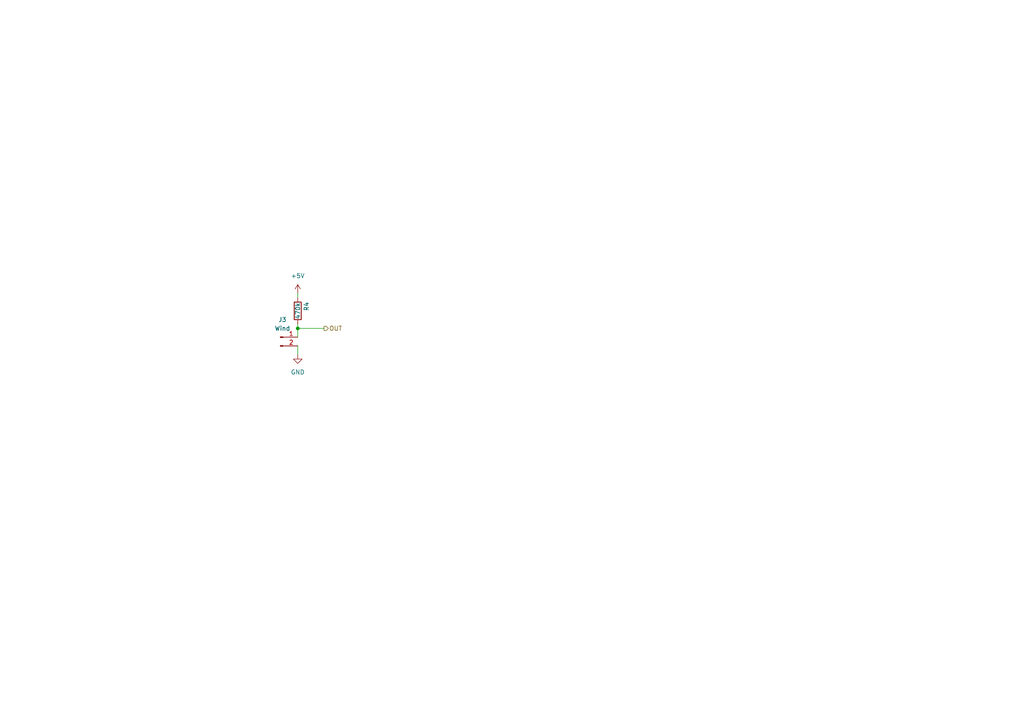
<source format=kicad_sch>
(kicad_sch (version 20230121) (generator eeschema)
  (paper "A4")
  (lib_symbols
    (symbol "Connector:Conn_01x02_Pin" (pin_names (offset 1.016) hide)
      (property "Reference" "J" (at 0 2.54 0))
      (property "Value" "Conn_01x02_Pin" (at 0 -5.08 0))
      (symbol "Conn_01x02_Pin_1_1"
        (polyline (pts (xy 1.27 -2.54) (xy 0.8636 -2.54)) (stroke (width 0.1524)))
        (polyline (pts (xy 1.27 0) (xy 0.8636 0)) (stroke (width 0.1524)))
        (rectangle (start 0.8636 -2.413) (end 0 -2.667) (stroke (width 0.1524)) (fill (type outline)))
        (rectangle (start 0.8636 0.127) (end 0 -0.127) (stroke (width 0.1524)) (fill (type outline)))
        (pin passive line (at 5.08 0 180) (length 3.81) (name "Pin_1") (number "1"))
        (pin passive line (at 5.08 -2.54 180) (length 3.81) (name "Pin_2") (number "2"))
      )
    )
    (symbol "Device:R" (pin_numbers hide) (pin_names (offset 0))
      (property "Reference" "R" (at 2.032 0 90))
      (property "Value" "R" (at 0 0 90))
      (symbol "R_0_1"
        (rectangle (start -1.016 -2.54) (end 1.016 2.54) (stroke (width 0.254)))
      )
      (symbol "R_1_1"
        (pin passive line (at 0 3.81 270) (length 1.27) (name "~") (number "1"))
        (pin passive line (at 0 -3.81 90) (length 1.27) (name "~") (number "2"))
      )
    )
    (symbol "power:+5V" (power) (pin_names (offset 0))
      (property "Value" "+5V" (at 0 3.556 0))
      (symbol "+5V_0_1"
        (polyline (pts (xy -0.762 1.27) (xy 0 2.54)))
        (polyline (pts (xy 0 0) (xy 0 2.54)))
        (polyline (pts (xy 0 2.54) (xy 0.762 1.27)))
      )
      (symbol "+5V_1_1"
        (pin power_in line (at 0 0 90) (length 0) hide (name "+5V") (number "1"))
      )
    )
    (symbol "power:GND" (power) (pin_names (offset 0))
      (property "Value" "GND" (at 0 -3.81 0))
      (symbol "GND_0_1"
        (polyline (pts (xy 0 0) (xy 0 -1.27) (xy 1.27 -1.27) (xy 0 -2.54) (xy -1.27 -1.27) (xy 0 -1.27)))
      )
      (symbol "GND_1_1"
        (pin power_in line (at 0 0 270) (length 0) hide (name "GND") (number "1"))
      )
    )
  )
  (junction (at 86.36 95.25))
  (wire (pts (xy 86.36 95.25) (xy 93.98 95.25)))
  (wire (pts (xy 86.36 95.25) (xy 86.36 97.79)))
  (wire (pts (xy 86.36 93.98) (xy 86.36 95.25)))
  (wire (pts (xy 86.36 100.33) (xy 86.36 102.87)))
  (wire (pts (xy 86.36 85.09) (xy 86.36 86.36)))
  (hierarchical_label "OUT" (shape output) (at 93.98 95.25 0))
  (symbol (lib_id "power:GND") (at 86.36 102.87 0) (unit 1)
    (property "Reference" "#PWR018" (effects hide))
    (property "Value" "GND" (at 86.36 107.95 0))
  )
  (symbol (lib_id "Connector:Conn_01x02_Pin") (at 81.28 97.79 0) (unit 1)
    (property "Reference" "J3" (at 81.915 92.71 0))
    (property "Value" "Wind" (at 81.915 95.25 0))
    (property "Footprint" "TerminalBlock_Phoenix:TerminalBlock_Phoenix_MKDS-1,5-2-5.08_1x02_P5.08mm_Horizontal" (effects hide))
  )
  (symbol (lib_id "power:+5V") (at 86.36 85.09 0) (unit 1)
    (property "Reference" "#PWR017" (effects hide))
    (property "Value" "+5V" (at 86.36 80.01 0))
  )
  (symbol (lib_id "Device:R") (at 86.36 90.17 0) (unit 1)
    (property "Reference" "R4" (at 88.9 88.9 90))
    (property "Value" "470k" (at 86.36 90.17 90))
    (property "Footprint" "Resistor_THT:R_Axial_DIN0204_L3.6mm_D1.6mm_P5.08mm_Horizontal" (effects hide))
  )
)
</source>
